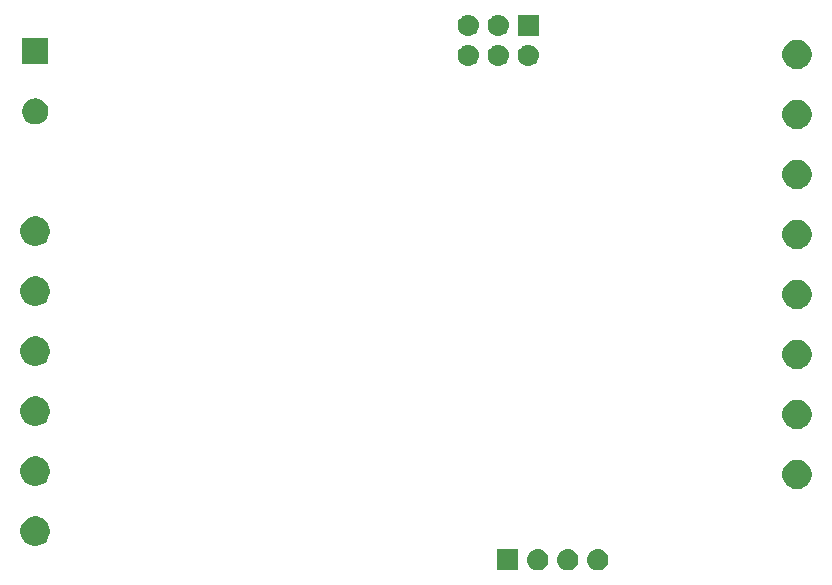
<source format=gbr>
G04 #@! TF.GenerationSoftware,KiCad,Pcbnew,(5.1.2)-2*
G04 #@! TF.CreationDate,2020-08-26T15:48:28-05:00*
G04 #@! TF.ProjectId,EDS-Relays,4544532d-5265-46c6-9179-732e6b696361,rev?*
G04 #@! TF.SameCoordinates,Original*
G04 #@! TF.FileFunction,Soldermask,Bot*
G04 #@! TF.FilePolarity,Negative*
%FSLAX46Y46*%
G04 Gerber Fmt 4.6, Leading zero omitted, Abs format (unit mm)*
G04 Created by KiCad (PCBNEW (5.1.2)-2) date 2020-08-26 15:48:28*
%MOMM*%
%LPD*%
G04 APERTURE LIST*
%ADD10C,0.100000*%
G04 APERTURE END LIST*
D10*
G36*
X147901000Y-121401000D02*
G01*
X146099000Y-121401000D01*
X146099000Y-119599000D01*
X147901000Y-119599000D01*
X147901000Y-121401000D01*
X147901000Y-121401000D01*
G37*
G36*
X149650442Y-119605518D02*
G01*
X149716627Y-119612037D01*
X149886466Y-119663557D01*
X150042991Y-119747222D01*
X150078729Y-119776552D01*
X150180186Y-119859814D01*
X150263448Y-119961271D01*
X150292778Y-119997009D01*
X150376443Y-120153534D01*
X150427963Y-120323373D01*
X150445359Y-120500000D01*
X150427963Y-120676627D01*
X150376443Y-120846466D01*
X150292778Y-121002991D01*
X150263448Y-121038729D01*
X150180186Y-121140186D01*
X150078729Y-121223448D01*
X150042991Y-121252778D01*
X149886466Y-121336443D01*
X149716627Y-121387963D01*
X149650443Y-121394481D01*
X149584260Y-121401000D01*
X149495740Y-121401000D01*
X149429557Y-121394481D01*
X149363373Y-121387963D01*
X149193534Y-121336443D01*
X149037009Y-121252778D01*
X149001271Y-121223448D01*
X148899814Y-121140186D01*
X148816552Y-121038729D01*
X148787222Y-121002991D01*
X148703557Y-120846466D01*
X148652037Y-120676627D01*
X148634641Y-120500000D01*
X148652037Y-120323373D01*
X148703557Y-120153534D01*
X148787222Y-119997009D01*
X148816552Y-119961271D01*
X148899814Y-119859814D01*
X149001271Y-119776552D01*
X149037009Y-119747222D01*
X149193534Y-119663557D01*
X149363373Y-119612037D01*
X149429558Y-119605518D01*
X149495740Y-119599000D01*
X149584260Y-119599000D01*
X149650442Y-119605518D01*
X149650442Y-119605518D01*
G37*
G36*
X152190442Y-119605518D02*
G01*
X152256627Y-119612037D01*
X152426466Y-119663557D01*
X152582991Y-119747222D01*
X152618729Y-119776552D01*
X152720186Y-119859814D01*
X152803448Y-119961271D01*
X152832778Y-119997009D01*
X152916443Y-120153534D01*
X152967963Y-120323373D01*
X152985359Y-120500000D01*
X152967963Y-120676627D01*
X152916443Y-120846466D01*
X152832778Y-121002991D01*
X152803448Y-121038729D01*
X152720186Y-121140186D01*
X152618729Y-121223448D01*
X152582991Y-121252778D01*
X152426466Y-121336443D01*
X152256627Y-121387963D01*
X152190443Y-121394481D01*
X152124260Y-121401000D01*
X152035740Y-121401000D01*
X151969557Y-121394481D01*
X151903373Y-121387963D01*
X151733534Y-121336443D01*
X151577009Y-121252778D01*
X151541271Y-121223448D01*
X151439814Y-121140186D01*
X151356552Y-121038729D01*
X151327222Y-121002991D01*
X151243557Y-120846466D01*
X151192037Y-120676627D01*
X151174641Y-120500000D01*
X151192037Y-120323373D01*
X151243557Y-120153534D01*
X151327222Y-119997009D01*
X151356552Y-119961271D01*
X151439814Y-119859814D01*
X151541271Y-119776552D01*
X151577009Y-119747222D01*
X151733534Y-119663557D01*
X151903373Y-119612037D01*
X151969558Y-119605518D01*
X152035740Y-119599000D01*
X152124260Y-119599000D01*
X152190442Y-119605518D01*
X152190442Y-119605518D01*
G37*
G36*
X154730442Y-119605518D02*
G01*
X154796627Y-119612037D01*
X154966466Y-119663557D01*
X155122991Y-119747222D01*
X155158729Y-119776552D01*
X155260186Y-119859814D01*
X155343448Y-119961271D01*
X155372778Y-119997009D01*
X155456443Y-120153534D01*
X155507963Y-120323373D01*
X155525359Y-120500000D01*
X155507963Y-120676627D01*
X155456443Y-120846466D01*
X155372778Y-121002991D01*
X155343448Y-121038729D01*
X155260186Y-121140186D01*
X155158729Y-121223448D01*
X155122991Y-121252778D01*
X154966466Y-121336443D01*
X154796627Y-121387963D01*
X154730443Y-121394481D01*
X154664260Y-121401000D01*
X154575740Y-121401000D01*
X154509557Y-121394481D01*
X154443373Y-121387963D01*
X154273534Y-121336443D01*
X154117009Y-121252778D01*
X154081271Y-121223448D01*
X153979814Y-121140186D01*
X153896552Y-121038729D01*
X153867222Y-121002991D01*
X153783557Y-120846466D01*
X153732037Y-120676627D01*
X153714641Y-120500000D01*
X153732037Y-120323373D01*
X153783557Y-120153534D01*
X153867222Y-119997009D01*
X153896552Y-119961271D01*
X153979814Y-119859814D01*
X154081271Y-119776552D01*
X154117009Y-119747222D01*
X154273534Y-119663557D01*
X154443373Y-119612037D01*
X154509558Y-119605518D01*
X154575740Y-119599000D01*
X154664260Y-119599000D01*
X154730442Y-119605518D01*
X154730442Y-119605518D01*
G37*
G36*
X107364903Y-116867075D02*
G01*
X107592571Y-116961378D01*
X107797466Y-117098285D01*
X107971715Y-117272534D01*
X108108622Y-117477429D01*
X108202925Y-117705097D01*
X108251000Y-117946787D01*
X108251000Y-118193213D01*
X108202925Y-118434903D01*
X108108622Y-118662571D01*
X107971715Y-118867466D01*
X107797466Y-119041715D01*
X107592571Y-119178622D01*
X107592570Y-119178623D01*
X107592569Y-119178623D01*
X107364903Y-119272925D01*
X107123214Y-119321000D01*
X106876786Y-119321000D01*
X106635097Y-119272925D01*
X106407431Y-119178623D01*
X106407430Y-119178623D01*
X106407429Y-119178622D01*
X106202534Y-119041715D01*
X106028285Y-118867466D01*
X105891378Y-118662571D01*
X105797075Y-118434903D01*
X105749000Y-118193213D01*
X105749000Y-117946787D01*
X105797075Y-117705097D01*
X105891378Y-117477429D01*
X106028285Y-117272534D01*
X106202534Y-117098285D01*
X106407429Y-116961378D01*
X106635097Y-116867075D01*
X106876786Y-116819000D01*
X107123214Y-116819000D01*
X107364903Y-116867075D01*
X107364903Y-116867075D01*
G37*
G36*
X171864903Y-112057075D02*
G01*
X172092571Y-112151378D01*
X172297466Y-112288285D01*
X172471715Y-112462534D01*
X172608622Y-112667429D01*
X172702925Y-112895097D01*
X172751000Y-113136787D01*
X172751000Y-113383213D01*
X172702925Y-113624903D01*
X172608622Y-113852571D01*
X172471715Y-114057466D01*
X172297466Y-114231715D01*
X172092571Y-114368622D01*
X172092570Y-114368623D01*
X172092569Y-114368623D01*
X171864903Y-114462925D01*
X171623214Y-114511000D01*
X171376786Y-114511000D01*
X171135097Y-114462925D01*
X170907431Y-114368623D01*
X170907430Y-114368623D01*
X170907429Y-114368622D01*
X170702534Y-114231715D01*
X170528285Y-114057466D01*
X170391378Y-113852571D01*
X170297075Y-113624903D01*
X170249000Y-113383213D01*
X170249000Y-113136787D01*
X170297075Y-112895097D01*
X170391378Y-112667429D01*
X170528285Y-112462534D01*
X170702534Y-112288285D01*
X170907429Y-112151378D01*
X171135097Y-112057075D01*
X171376786Y-112009000D01*
X171623214Y-112009000D01*
X171864903Y-112057075D01*
X171864903Y-112057075D01*
G37*
G36*
X107364903Y-111787075D02*
G01*
X107592571Y-111881378D01*
X107797466Y-112018285D01*
X107971715Y-112192534D01*
X108108622Y-112397429D01*
X108202925Y-112625097D01*
X108251000Y-112866787D01*
X108251000Y-113113213D01*
X108202925Y-113354903D01*
X108108622Y-113582571D01*
X107971715Y-113787466D01*
X107797466Y-113961715D01*
X107592571Y-114098622D01*
X107592570Y-114098623D01*
X107592569Y-114098623D01*
X107364903Y-114192925D01*
X107123214Y-114241000D01*
X106876786Y-114241000D01*
X106635097Y-114192925D01*
X106407431Y-114098623D01*
X106407430Y-114098623D01*
X106407429Y-114098622D01*
X106202534Y-113961715D01*
X106028285Y-113787466D01*
X105891378Y-113582571D01*
X105797075Y-113354903D01*
X105749000Y-113113213D01*
X105749000Y-112866787D01*
X105797075Y-112625097D01*
X105891378Y-112397429D01*
X106028285Y-112192534D01*
X106202534Y-112018285D01*
X106407429Y-111881378D01*
X106635097Y-111787075D01*
X106876786Y-111739000D01*
X107123214Y-111739000D01*
X107364903Y-111787075D01*
X107364903Y-111787075D01*
G37*
G36*
X171864903Y-106977075D02*
G01*
X172092571Y-107071378D01*
X172297466Y-107208285D01*
X172471715Y-107382534D01*
X172608622Y-107587429D01*
X172702925Y-107815097D01*
X172751000Y-108056787D01*
X172751000Y-108303213D01*
X172702925Y-108544903D01*
X172608622Y-108772571D01*
X172471715Y-108977466D01*
X172297466Y-109151715D01*
X172092571Y-109288622D01*
X172092570Y-109288623D01*
X172092569Y-109288623D01*
X171864903Y-109382925D01*
X171623214Y-109431000D01*
X171376786Y-109431000D01*
X171135097Y-109382925D01*
X170907431Y-109288623D01*
X170907430Y-109288623D01*
X170907429Y-109288622D01*
X170702534Y-109151715D01*
X170528285Y-108977466D01*
X170391378Y-108772571D01*
X170297075Y-108544903D01*
X170249000Y-108303213D01*
X170249000Y-108056787D01*
X170297075Y-107815097D01*
X170391378Y-107587429D01*
X170528285Y-107382534D01*
X170702534Y-107208285D01*
X170907429Y-107071378D01*
X171135097Y-106977075D01*
X171376786Y-106929000D01*
X171623214Y-106929000D01*
X171864903Y-106977075D01*
X171864903Y-106977075D01*
G37*
G36*
X107364903Y-106707075D02*
G01*
X107592571Y-106801378D01*
X107797466Y-106938285D01*
X107971715Y-107112534D01*
X108108622Y-107317429D01*
X108202925Y-107545097D01*
X108251000Y-107786787D01*
X108251000Y-108033213D01*
X108202925Y-108274903D01*
X108108622Y-108502571D01*
X107971715Y-108707466D01*
X107797466Y-108881715D01*
X107592571Y-109018622D01*
X107592570Y-109018623D01*
X107592569Y-109018623D01*
X107364903Y-109112925D01*
X107123214Y-109161000D01*
X106876786Y-109161000D01*
X106635097Y-109112925D01*
X106407431Y-109018623D01*
X106407430Y-109018623D01*
X106407429Y-109018622D01*
X106202534Y-108881715D01*
X106028285Y-108707466D01*
X105891378Y-108502571D01*
X105797075Y-108274903D01*
X105749000Y-108033213D01*
X105749000Y-107786787D01*
X105797075Y-107545097D01*
X105891378Y-107317429D01*
X106028285Y-107112534D01*
X106202534Y-106938285D01*
X106407429Y-106801378D01*
X106635097Y-106707075D01*
X106876786Y-106659000D01*
X107123214Y-106659000D01*
X107364903Y-106707075D01*
X107364903Y-106707075D01*
G37*
G36*
X171864903Y-101897075D02*
G01*
X172092571Y-101991378D01*
X172297466Y-102128285D01*
X172471715Y-102302534D01*
X172608622Y-102507429D01*
X172702925Y-102735097D01*
X172751000Y-102976787D01*
X172751000Y-103223213D01*
X172702925Y-103464903D01*
X172608622Y-103692571D01*
X172471715Y-103897466D01*
X172297466Y-104071715D01*
X172092571Y-104208622D01*
X172092570Y-104208623D01*
X172092569Y-104208623D01*
X171864903Y-104302925D01*
X171623214Y-104351000D01*
X171376786Y-104351000D01*
X171135097Y-104302925D01*
X170907431Y-104208623D01*
X170907430Y-104208623D01*
X170907429Y-104208622D01*
X170702534Y-104071715D01*
X170528285Y-103897466D01*
X170391378Y-103692571D01*
X170297075Y-103464903D01*
X170249000Y-103223213D01*
X170249000Y-102976787D01*
X170297075Y-102735097D01*
X170391378Y-102507429D01*
X170528285Y-102302534D01*
X170702534Y-102128285D01*
X170907429Y-101991378D01*
X171135097Y-101897075D01*
X171376786Y-101849000D01*
X171623214Y-101849000D01*
X171864903Y-101897075D01*
X171864903Y-101897075D01*
G37*
G36*
X107364903Y-101627075D02*
G01*
X107592571Y-101721378D01*
X107797466Y-101858285D01*
X107971715Y-102032534D01*
X108108622Y-102237429D01*
X108202925Y-102465097D01*
X108251000Y-102706787D01*
X108251000Y-102953213D01*
X108202925Y-103194903D01*
X108108622Y-103422571D01*
X107971715Y-103627466D01*
X107797466Y-103801715D01*
X107592571Y-103938622D01*
X107592570Y-103938623D01*
X107592569Y-103938623D01*
X107364903Y-104032925D01*
X107123214Y-104081000D01*
X106876786Y-104081000D01*
X106635097Y-104032925D01*
X106407431Y-103938623D01*
X106407430Y-103938623D01*
X106407429Y-103938622D01*
X106202534Y-103801715D01*
X106028285Y-103627466D01*
X105891378Y-103422571D01*
X105797075Y-103194903D01*
X105749000Y-102953213D01*
X105749000Y-102706787D01*
X105797075Y-102465097D01*
X105891378Y-102237429D01*
X106028285Y-102032534D01*
X106202534Y-101858285D01*
X106407429Y-101721378D01*
X106635097Y-101627075D01*
X106876786Y-101579000D01*
X107123214Y-101579000D01*
X107364903Y-101627075D01*
X107364903Y-101627075D01*
G37*
G36*
X171864903Y-96817075D02*
G01*
X172092571Y-96911378D01*
X172297466Y-97048285D01*
X172471715Y-97222534D01*
X172608622Y-97427429D01*
X172702925Y-97655097D01*
X172751000Y-97896787D01*
X172751000Y-98143213D01*
X172702925Y-98384903D01*
X172608622Y-98612571D01*
X172471715Y-98817466D01*
X172297466Y-98991715D01*
X172092571Y-99128622D01*
X172092570Y-99128623D01*
X172092569Y-99128623D01*
X171864903Y-99222925D01*
X171623214Y-99271000D01*
X171376786Y-99271000D01*
X171135097Y-99222925D01*
X170907431Y-99128623D01*
X170907430Y-99128623D01*
X170907429Y-99128622D01*
X170702534Y-98991715D01*
X170528285Y-98817466D01*
X170391378Y-98612571D01*
X170297075Y-98384903D01*
X170249000Y-98143213D01*
X170249000Y-97896787D01*
X170297075Y-97655097D01*
X170391378Y-97427429D01*
X170528285Y-97222534D01*
X170702534Y-97048285D01*
X170907429Y-96911378D01*
X171135097Y-96817075D01*
X171376786Y-96769000D01*
X171623214Y-96769000D01*
X171864903Y-96817075D01*
X171864903Y-96817075D01*
G37*
G36*
X107364903Y-96547075D02*
G01*
X107592571Y-96641378D01*
X107797466Y-96778285D01*
X107971715Y-96952534D01*
X108108622Y-97157429D01*
X108202925Y-97385097D01*
X108251000Y-97626787D01*
X108251000Y-97873213D01*
X108202925Y-98114903D01*
X108108622Y-98342571D01*
X107971715Y-98547466D01*
X107797466Y-98721715D01*
X107592571Y-98858622D01*
X107592570Y-98858623D01*
X107592569Y-98858623D01*
X107364903Y-98952925D01*
X107123214Y-99001000D01*
X106876786Y-99001000D01*
X106635097Y-98952925D01*
X106407431Y-98858623D01*
X106407430Y-98858623D01*
X106407429Y-98858622D01*
X106202534Y-98721715D01*
X106028285Y-98547466D01*
X105891378Y-98342571D01*
X105797075Y-98114903D01*
X105749000Y-97873213D01*
X105749000Y-97626787D01*
X105797075Y-97385097D01*
X105891378Y-97157429D01*
X106028285Y-96952534D01*
X106202534Y-96778285D01*
X106407429Y-96641378D01*
X106635097Y-96547075D01*
X106876786Y-96499000D01*
X107123214Y-96499000D01*
X107364903Y-96547075D01*
X107364903Y-96547075D01*
G37*
G36*
X171864903Y-91737075D02*
G01*
X172092571Y-91831378D01*
X172297466Y-91968285D01*
X172471715Y-92142534D01*
X172608622Y-92347429D01*
X172702925Y-92575097D01*
X172751000Y-92816787D01*
X172751000Y-93063213D01*
X172702925Y-93304903D01*
X172608622Y-93532571D01*
X172471715Y-93737466D01*
X172297466Y-93911715D01*
X172092571Y-94048622D01*
X172092570Y-94048623D01*
X172092569Y-94048623D01*
X171864903Y-94142925D01*
X171623214Y-94191000D01*
X171376786Y-94191000D01*
X171135097Y-94142925D01*
X170907431Y-94048623D01*
X170907430Y-94048623D01*
X170907429Y-94048622D01*
X170702534Y-93911715D01*
X170528285Y-93737466D01*
X170391378Y-93532571D01*
X170297075Y-93304903D01*
X170249000Y-93063213D01*
X170249000Y-92816787D01*
X170297075Y-92575097D01*
X170391378Y-92347429D01*
X170528285Y-92142534D01*
X170702534Y-91968285D01*
X170907429Y-91831378D01*
X171135097Y-91737075D01*
X171376786Y-91689000D01*
X171623214Y-91689000D01*
X171864903Y-91737075D01*
X171864903Y-91737075D01*
G37*
G36*
X107364903Y-91467075D02*
G01*
X107592571Y-91561378D01*
X107797466Y-91698285D01*
X107971715Y-91872534D01*
X108108622Y-92077429D01*
X108202925Y-92305097D01*
X108251000Y-92546787D01*
X108251000Y-92793213D01*
X108202925Y-93034903D01*
X108108622Y-93262571D01*
X107971715Y-93467466D01*
X107797466Y-93641715D01*
X107592571Y-93778622D01*
X107592570Y-93778623D01*
X107592569Y-93778623D01*
X107364903Y-93872925D01*
X107123214Y-93921000D01*
X106876786Y-93921000D01*
X106635097Y-93872925D01*
X106407431Y-93778623D01*
X106407430Y-93778623D01*
X106407429Y-93778622D01*
X106202534Y-93641715D01*
X106028285Y-93467466D01*
X105891378Y-93262571D01*
X105797075Y-93034903D01*
X105749000Y-92793213D01*
X105749000Y-92546787D01*
X105797075Y-92305097D01*
X105891378Y-92077429D01*
X106028285Y-91872534D01*
X106202534Y-91698285D01*
X106407429Y-91561378D01*
X106635097Y-91467075D01*
X106876786Y-91419000D01*
X107123214Y-91419000D01*
X107364903Y-91467075D01*
X107364903Y-91467075D01*
G37*
G36*
X171864903Y-86657075D02*
G01*
X172092571Y-86751378D01*
X172297466Y-86888285D01*
X172471715Y-87062534D01*
X172608622Y-87267429D01*
X172702925Y-87495097D01*
X172751000Y-87736787D01*
X172751000Y-87983213D01*
X172702925Y-88224903D01*
X172608622Y-88452571D01*
X172471715Y-88657466D01*
X172297466Y-88831715D01*
X172092571Y-88968622D01*
X172092570Y-88968623D01*
X172092569Y-88968623D01*
X171864903Y-89062925D01*
X171623214Y-89111000D01*
X171376786Y-89111000D01*
X171135097Y-89062925D01*
X170907431Y-88968623D01*
X170907430Y-88968623D01*
X170907429Y-88968622D01*
X170702534Y-88831715D01*
X170528285Y-88657466D01*
X170391378Y-88452571D01*
X170297075Y-88224903D01*
X170249000Y-87983213D01*
X170249000Y-87736787D01*
X170297075Y-87495097D01*
X170391378Y-87267429D01*
X170528285Y-87062534D01*
X170702534Y-86888285D01*
X170907429Y-86751378D01*
X171135097Y-86657075D01*
X171376786Y-86609000D01*
X171623214Y-86609000D01*
X171864903Y-86657075D01*
X171864903Y-86657075D01*
G37*
G36*
X171800714Y-81564307D02*
G01*
X171864903Y-81577075D01*
X172092571Y-81671378D01*
X172297466Y-81808285D01*
X172471715Y-81982534D01*
X172471716Y-81982536D01*
X172608623Y-82187431D01*
X172702925Y-82415097D01*
X172749340Y-82648439D01*
X172751000Y-82656787D01*
X172751000Y-82903213D01*
X172702925Y-83144903D01*
X172608622Y-83372571D01*
X172471715Y-83577466D01*
X172297466Y-83751715D01*
X172092571Y-83888622D01*
X172092570Y-83888623D01*
X172092569Y-83888623D01*
X171864903Y-83982925D01*
X171623214Y-84031000D01*
X171376786Y-84031000D01*
X171135097Y-83982925D01*
X170907431Y-83888623D01*
X170907430Y-83888623D01*
X170907429Y-83888622D01*
X170702534Y-83751715D01*
X170528285Y-83577466D01*
X170391378Y-83372571D01*
X170297075Y-83144903D01*
X170249000Y-82903213D01*
X170249000Y-82656787D01*
X170250661Y-82648439D01*
X170297075Y-82415097D01*
X170391377Y-82187431D01*
X170528284Y-81982536D01*
X170528285Y-81982534D01*
X170702534Y-81808285D01*
X170907429Y-81671378D01*
X171135097Y-81577075D01*
X171199286Y-81564307D01*
X171376786Y-81529000D01*
X171623214Y-81529000D01*
X171800714Y-81564307D01*
X171800714Y-81564307D01*
G37*
G36*
X107214794Y-81460155D02*
G01*
X107321150Y-81481311D01*
X107421334Y-81522809D01*
X107521520Y-81564307D01*
X107701844Y-81684795D01*
X107855205Y-81838156D01*
X107975693Y-82018480D01*
X107975693Y-82018481D01*
X108045675Y-82187431D01*
X108058689Y-82218851D01*
X108101000Y-82431560D01*
X108101000Y-82648440D01*
X108058689Y-82861149D01*
X107975693Y-83061520D01*
X107855205Y-83241844D01*
X107701844Y-83395205D01*
X107521520Y-83515693D01*
X107321150Y-83598689D01*
X107214795Y-83619844D01*
X107108440Y-83641000D01*
X106891560Y-83641000D01*
X106785205Y-83619844D01*
X106678850Y-83598689D01*
X106478480Y-83515693D01*
X106298156Y-83395205D01*
X106144795Y-83241844D01*
X106024307Y-83061520D01*
X105941311Y-82861149D01*
X105899000Y-82648440D01*
X105899000Y-82431560D01*
X105941311Y-82218851D01*
X105954326Y-82187431D01*
X106024307Y-82018481D01*
X106024307Y-82018480D01*
X106144795Y-81838156D01*
X106298156Y-81684795D01*
X106478480Y-81564307D01*
X106578666Y-81522809D01*
X106678850Y-81481311D01*
X106785206Y-81460155D01*
X106891560Y-81439000D01*
X107108440Y-81439000D01*
X107214794Y-81460155D01*
X107214794Y-81460155D01*
G37*
G36*
X171864903Y-76497075D02*
G01*
X172092571Y-76591378D01*
X172297466Y-76728285D01*
X172471715Y-76902534D01*
X172505808Y-76953558D01*
X172608623Y-77107431D01*
X172626179Y-77149815D01*
X172702925Y-77335097D01*
X172751000Y-77576787D01*
X172751000Y-77823213D01*
X172702925Y-78064903D01*
X172608622Y-78292571D01*
X172471715Y-78497466D01*
X172297466Y-78671715D01*
X172092571Y-78808622D01*
X172092570Y-78808623D01*
X172092569Y-78808623D01*
X171864903Y-78902925D01*
X171623214Y-78951000D01*
X171376786Y-78951000D01*
X171135097Y-78902925D01*
X170907431Y-78808623D01*
X170907430Y-78808623D01*
X170907429Y-78808622D01*
X170702534Y-78671715D01*
X170528285Y-78497466D01*
X170391378Y-78292571D01*
X170297075Y-78064903D01*
X170249000Y-77823213D01*
X170249000Y-77576787D01*
X170297075Y-77335097D01*
X170373821Y-77149815D01*
X170391377Y-77107431D01*
X170494192Y-76953558D01*
X170528285Y-76902534D01*
X170702534Y-76728285D01*
X170907429Y-76591378D01*
X171135097Y-76497075D01*
X171376786Y-76449000D01*
X171623214Y-76449000D01*
X171864903Y-76497075D01*
X171864903Y-76497075D01*
G37*
G36*
X146320443Y-76895519D02*
G01*
X146386627Y-76902037D01*
X146556466Y-76953557D01*
X146712991Y-77037222D01*
X146748729Y-77066552D01*
X146850186Y-77149814D01*
X146933448Y-77251271D01*
X146962778Y-77287009D01*
X147046443Y-77443534D01*
X147097963Y-77613373D01*
X147115359Y-77790000D01*
X147097963Y-77966627D01*
X147046443Y-78136466D01*
X146962778Y-78292991D01*
X146933448Y-78328729D01*
X146850186Y-78430186D01*
X146748729Y-78513448D01*
X146712991Y-78542778D01*
X146556466Y-78626443D01*
X146386627Y-78677963D01*
X146320443Y-78684481D01*
X146254260Y-78691000D01*
X146165740Y-78691000D01*
X146099557Y-78684481D01*
X146033373Y-78677963D01*
X145863534Y-78626443D01*
X145707009Y-78542778D01*
X145671271Y-78513448D01*
X145569814Y-78430186D01*
X145486552Y-78328729D01*
X145457222Y-78292991D01*
X145373557Y-78136466D01*
X145322037Y-77966627D01*
X145304641Y-77790000D01*
X145322037Y-77613373D01*
X145373557Y-77443534D01*
X145457222Y-77287009D01*
X145486552Y-77251271D01*
X145569814Y-77149814D01*
X145671271Y-77066552D01*
X145707009Y-77037222D01*
X145863534Y-76953557D01*
X146033373Y-76902037D01*
X146099557Y-76895519D01*
X146165740Y-76889000D01*
X146254260Y-76889000D01*
X146320443Y-76895519D01*
X146320443Y-76895519D01*
G37*
G36*
X143780443Y-76895519D02*
G01*
X143846627Y-76902037D01*
X144016466Y-76953557D01*
X144172991Y-77037222D01*
X144208729Y-77066552D01*
X144310186Y-77149814D01*
X144393448Y-77251271D01*
X144422778Y-77287009D01*
X144506443Y-77443534D01*
X144557963Y-77613373D01*
X144575359Y-77790000D01*
X144557963Y-77966627D01*
X144506443Y-78136466D01*
X144422778Y-78292991D01*
X144393448Y-78328729D01*
X144310186Y-78430186D01*
X144208729Y-78513448D01*
X144172991Y-78542778D01*
X144016466Y-78626443D01*
X143846627Y-78677963D01*
X143780443Y-78684481D01*
X143714260Y-78691000D01*
X143625740Y-78691000D01*
X143559557Y-78684481D01*
X143493373Y-78677963D01*
X143323534Y-78626443D01*
X143167009Y-78542778D01*
X143131271Y-78513448D01*
X143029814Y-78430186D01*
X142946552Y-78328729D01*
X142917222Y-78292991D01*
X142833557Y-78136466D01*
X142782037Y-77966627D01*
X142764641Y-77790000D01*
X142782037Y-77613373D01*
X142833557Y-77443534D01*
X142917222Y-77287009D01*
X142946552Y-77251271D01*
X143029814Y-77149814D01*
X143131271Y-77066552D01*
X143167009Y-77037222D01*
X143323534Y-76953557D01*
X143493373Y-76902037D01*
X143559557Y-76895519D01*
X143625740Y-76889000D01*
X143714260Y-76889000D01*
X143780443Y-76895519D01*
X143780443Y-76895519D01*
G37*
G36*
X148860443Y-76895519D02*
G01*
X148926627Y-76902037D01*
X149096466Y-76953557D01*
X149252991Y-77037222D01*
X149288729Y-77066552D01*
X149390186Y-77149814D01*
X149473448Y-77251271D01*
X149502778Y-77287009D01*
X149586443Y-77443534D01*
X149637963Y-77613373D01*
X149655359Y-77790000D01*
X149637963Y-77966627D01*
X149586443Y-78136466D01*
X149502778Y-78292991D01*
X149473448Y-78328729D01*
X149390186Y-78430186D01*
X149288729Y-78513448D01*
X149252991Y-78542778D01*
X149096466Y-78626443D01*
X148926627Y-78677963D01*
X148860443Y-78684481D01*
X148794260Y-78691000D01*
X148705740Y-78691000D01*
X148639557Y-78684481D01*
X148573373Y-78677963D01*
X148403534Y-78626443D01*
X148247009Y-78542778D01*
X148211271Y-78513448D01*
X148109814Y-78430186D01*
X148026552Y-78328729D01*
X147997222Y-78292991D01*
X147913557Y-78136466D01*
X147862037Y-77966627D01*
X147844641Y-77790000D01*
X147862037Y-77613373D01*
X147913557Y-77443534D01*
X147997222Y-77287009D01*
X148026552Y-77251271D01*
X148109814Y-77149814D01*
X148211271Y-77066552D01*
X148247009Y-77037222D01*
X148403534Y-76953557D01*
X148573373Y-76902037D01*
X148639557Y-76895519D01*
X148705740Y-76889000D01*
X148794260Y-76889000D01*
X148860443Y-76895519D01*
X148860443Y-76895519D01*
G37*
G36*
X108101000Y-78561000D02*
G01*
X105899000Y-78561000D01*
X105899000Y-76359000D01*
X108101000Y-76359000D01*
X108101000Y-78561000D01*
X108101000Y-78561000D01*
G37*
G36*
X143780442Y-74355518D02*
G01*
X143846627Y-74362037D01*
X144016466Y-74413557D01*
X144172991Y-74497222D01*
X144208729Y-74526552D01*
X144310186Y-74609814D01*
X144393448Y-74711271D01*
X144422778Y-74747009D01*
X144506443Y-74903534D01*
X144557963Y-75073373D01*
X144575359Y-75250000D01*
X144557963Y-75426627D01*
X144506443Y-75596466D01*
X144422778Y-75752991D01*
X144393448Y-75788729D01*
X144310186Y-75890186D01*
X144208729Y-75973448D01*
X144172991Y-76002778D01*
X144016466Y-76086443D01*
X143846627Y-76137963D01*
X143780442Y-76144482D01*
X143714260Y-76151000D01*
X143625740Y-76151000D01*
X143559558Y-76144482D01*
X143493373Y-76137963D01*
X143323534Y-76086443D01*
X143167009Y-76002778D01*
X143131271Y-75973448D01*
X143029814Y-75890186D01*
X142946552Y-75788729D01*
X142917222Y-75752991D01*
X142833557Y-75596466D01*
X142782037Y-75426627D01*
X142764641Y-75250000D01*
X142782037Y-75073373D01*
X142833557Y-74903534D01*
X142917222Y-74747009D01*
X142946552Y-74711271D01*
X143029814Y-74609814D01*
X143131271Y-74526552D01*
X143167009Y-74497222D01*
X143323534Y-74413557D01*
X143493373Y-74362037D01*
X143559558Y-74355518D01*
X143625740Y-74349000D01*
X143714260Y-74349000D01*
X143780442Y-74355518D01*
X143780442Y-74355518D01*
G37*
G36*
X146320442Y-74355518D02*
G01*
X146386627Y-74362037D01*
X146556466Y-74413557D01*
X146712991Y-74497222D01*
X146748729Y-74526552D01*
X146850186Y-74609814D01*
X146933448Y-74711271D01*
X146962778Y-74747009D01*
X147046443Y-74903534D01*
X147097963Y-75073373D01*
X147115359Y-75250000D01*
X147097963Y-75426627D01*
X147046443Y-75596466D01*
X146962778Y-75752991D01*
X146933448Y-75788729D01*
X146850186Y-75890186D01*
X146748729Y-75973448D01*
X146712991Y-76002778D01*
X146556466Y-76086443D01*
X146386627Y-76137963D01*
X146320442Y-76144482D01*
X146254260Y-76151000D01*
X146165740Y-76151000D01*
X146099558Y-76144482D01*
X146033373Y-76137963D01*
X145863534Y-76086443D01*
X145707009Y-76002778D01*
X145671271Y-75973448D01*
X145569814Y-75890186D01*
X145486552Y-75788729D01*
X145457222Y-75752991D01*
X145373557Y-75596466D01*
X145322037Y-75426627D01*
X145304641Y-75250000D01*
X145322037Y-75073373D01*
X145373557Y-74903534D01*
X145457222Y-74747009D01*
X145486552Y-74711271D01*
X145569814Y-74609814D01*
X145671271Y-74526552D01*
X145707009Y-74497222D01*
X145863534Y-74413557D01*
X146033373Y-74362037D01*
X146099558Y-74355518D01*
X146165740Y-74349000D01*
X146254260Y-74349000D01*
X146320442Y-74355518D01*
X146320442Y-74355518D01*
G37*
G36*
X149651000Y-76151000D02*
G01*
X147849000Y-76151000D01*
X147849000Y-74349000D01*
X149651000Y-74349000D01*
X149651000Y-76151000D01*
X149651000Y-76151000D01*
G37*
M02*

</source>
